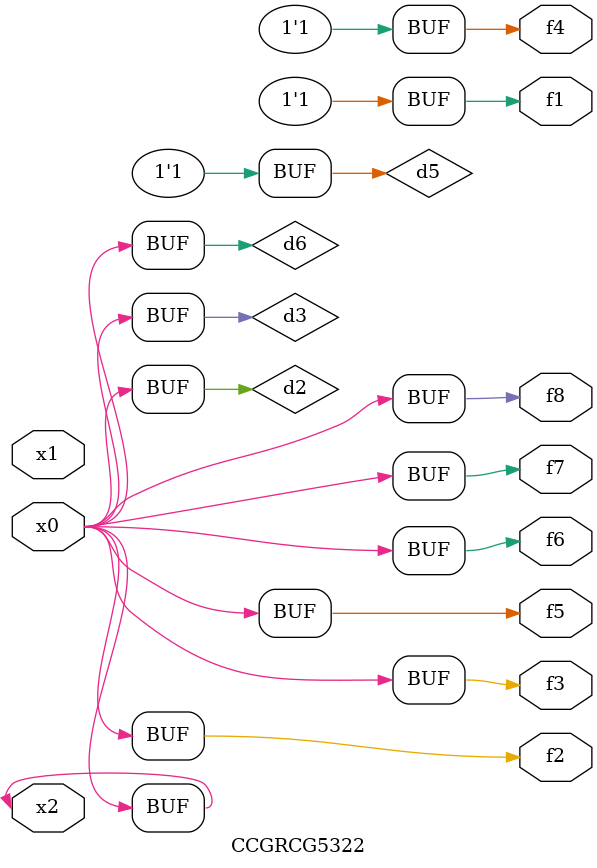
<source format=v>
module CCGRCG5322(
	input x0, x1, x2,
	output f1, f2, f3, f4, f5, f6, f7, f8
);

	wire d1, d2, d3, d4, d5, d6;

	xnor (d1, x2);
	buf (d2, x0, x2);
	and (d3, x0);
	xnor (d4, x1, x2);
	nand (d5, d1, d3);
	buf (d6, d2, d3);
	assign f1 = d5;
	assign f2 = d6;
	assign f3 = d6;
	assign f4 = d5;
	assign f5 = d6;
	assign f6 = d6;
	assign f7 = d6;
	assign f8 = d6;
endmodule

</source>
